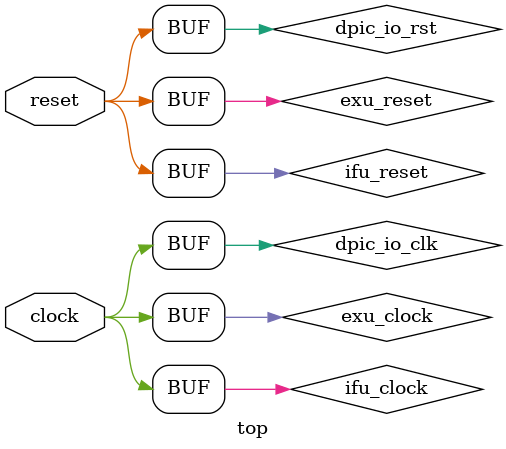
<source format=v>
module top(
  input   clock,
  input   reset
);
  wire  ifu_clock; // @[top.scala 13:19]
  wire  ifu_reset; // @[top.scala 13:19]
  wire [63:0] ifu_io_pc_next; // @[top.scala 13:19]
  wire [63:0] ifu_io_pc; // @[top.scala 13:19]
  wire [31:0] idu_io_inst; // @[top.scala 15:19]
  wire  idu_io_idu_to_exu_br_eq; // @[top.scala 15:19]
  wire  idu_io_idu_to_exu_br_lt; // @[top.scala 15:19]
  wire  idu_io_idu_to_exu_br_ltu; // @[top.scala 15:19]
  wire [3:0] idu_io_idu_to_exu_pc_sel; // @[top.scala 15:19]
  wire [1:0] idu_io_idu_to_exu_op1_sel; // @[top.scala 15:19]
  wire [2:0] idu_io_idu_to_exu_op2_sel; // @[top.scala 15:19]
  wire [3:0] idu_io_idu_to_exu_alu_op; // @[top.scala 15:19]
  wire [1:0] idu_io_idu_to_exu_wb_sel; // @[top.scala 15:19]
  wire  idu_io_idu_to_exu_reg_wen; // @[top.scala 15:19]
  wire [2:0] idu_io_idu_to_exu_mem_msk_type; // @[top.scala 15:19]
  wire  idu_io_idu_to_exu_alu_msk_type; // @[top.scala 15:19]
  wire  idu_io_isEbreak; // @[top.scala 15:19]
  wire  idu_io_inv_inst; // @[top.scala 15:19]
  wire  idu_io_isWriteMem; // @[top.scala 15:19]
  wire  exu_clock; // @[top.scala 17:19]
  wire  exu_reset; // @[top.scala 17:19]
  wire [31:0] exu_io_inst; // @[top.scala 17:19]
  wire  exu_io_idu_to_exu_br_eq; // @[top.scala 17:19]
  wire  exu_io_idu_to_exu_br_lt; // @[top.scala 17:19]
  wire  exu_io_idu_to_exu_br_ltu; // @[top.scala 17:19]
  wire [3:0] exu_io_idu_to_exu_pc_sel; // @[top.scala 17:19]
  wire [1:0] exu_io_idu_to_exu_op1_sel; // @[top.scala 17:19]
  wire [2:0] exu_io_idu_to_exu_op2_sel; // @[top.scala 17:19]
  wire [3:0] exu_io_idu_to_exu_alu_op; // @[top.scala 17:19]
  wire [1:0] exu_io_idu_to_exu_wb_sel; // @[top.scala 17:19]
  wire  exu_io_idu_to_exu_reg_wen; // @[top.scala 17:19]
  wire [2:0] exu_io_idu_to_exu_mem_msk_type; // @[top.scala 17:19]
  wire  exu_io_idu_to_exu_alu_msk_type; // @[top.scala 17:19]
  wire [63:0] exu_io_ifu_to_exu_pc_next; // @[top.scala 17:19]
  wire [63:0] exu_io_ifu_to_exu_pc; // @[top.scala 17:19]
  wire [63:0] exu_io_mem_in; // @[top.scala 17:19]
  wire [2047:0] exu_io_regfile_output; // @[top.scala 17:19]
  wire [63:0] exu_io_mem_addr; // @[top.scala 17:19]
  wire [63:0] exu_io_mem_write_data; // @[top.scala 17:19]
  wire  exu_io_isRead; // @[top.scala 17:19]
  wire [7:0] exu_io_mem_write_msk; // @[top.scala 17:19]
  wire  dpic_io_clk; // @[top.scala 19:20]
  wire  dpic_io_rst; // @[top.scala 19:20]
  wire [63:0] dpic_io_pc; // @[top.scala 19:20]
  wire  dpic_io_isEbreak; // @[top.scala 19:20]
  wire  dpic_io_inv_inst; // @[top.scala 19:20]
  wire [2047:0] dpic_io_regfile; // @[top.scala 19:20]
  wire [63:0] dpic_io_mem_addr; // @[top.scala 19:20]
  wire  dpic_io_isRead; // @[top.scala 19:20]
  wire  dpic_io_isWriteMem; // @[top.scala 19:20]
  wire [63:0] dpic_io_mem_write_data; // @[top.scala 19:20]
  wire [7:0] dpic_io_mem_write_msk; // @[top.scala 19:20]
  wire [31:0] dpic_io_inst; // @[top.scala 19:20]
  wire [63:0] dpic_io_mem_in; // @[top.scala 19:20]
  IFU ifu ( // @[top.scala 13:19]
    .clock(ifu_clock),
    .reset(ifu_reset),
    .io_pc_next(ifu_io_pc_next),
    .io_pc(ifu_io_pc)
  );
  IDU idu ( // @[top.scala 15:19]
    .io_inst(idu_io_inst),
    .io_idu_to_exu_br_eq(idu_io_idu_to_exu_br_eq),
    .io_idu_to_exu_br_lt(idu_io_idu_to_exu_br_lt),
    .io_idu_to_exu_br_ltu(idu_io_idu_to_exu_br_ltu),
    .io_idu_to_exu_pc_sel(idu_io_idu_to_exu_pc_sel),
    .io_idu_to_exu_op1_sel(idu_io_idu_to_exu_op1_sel),
    .io_idu_to_exu_op2_sel(idu_io_idu_to_exu_op2_sel),
    .io_idu_to_exu_alu_op(idu_io_idu_to_exu_alu_op),
    .io_idu_to_exu_wb_sel(idu_io_idu_to_exu_wb_sel),
    .io_idu_to_exu_reg_wen(idu_io_idu_to_exu_reg_wen),
    .io_idu_to_exu_mem_msk_type(idu_io_idu_to_exu_mem_msk_type),
    .io_idu_to_exu_alu_msk_type(idu_io_idu_to_exu_alu_msk_type),
    .io_isEbreak(idu_io_isEbreak),
    .io_inv_inst(idu_io_inv_inst),
    .io_isWriteMem(idu_io_isWriteMem)
  );
  EXU exu ( // @[top.scala 17:19]
    .clock(exu_clock),
    .reset(exu_reset),
    .io_inst(exu_io_inst),
    .io_idu_to_exu_br_eq(exu_io_idu_to_exu_br_eq),
    .io_idu_to_exu_br_lt(exu_io_idu_to_exu_br_lt),
    .io_idu_to_exu_br_ltu(exu_io_idu_to_exu_br_ltu),
    .io_idu_to_exu_pc_sel(exu_io_idu_to_exu_pc_sel),
    .io_idu_to_exu_op1_sel(exu_io_idu_to_exu_op1_sel),
    .io_idu_to_exu_op2_sel(exu_io_idu_to_exu_op2_sel),
    .io_idu_to_exu_alu_op(exu_io_idu_to_exu_alu_op),
    .io_idu_to_exu_wb_sel(exu_io_idu_to_exu_wb_sel),
    .io_idu_to_exu_reg_wen(exu_io_idu_to_exu_reg_wen),
    .io_idu_to_exu_mem_msk_type(exu_io_idu_to_exu_mem_msk_type),
    .io_idu_to_exu_alu_msk_type(exu_io_idu_to_exu_alu_msk_type),
    .io_ifu_to_exu_pc_next(exu_io_ifu_to_exu_pc_next),
    .io_ifu_to_exu_pc(exu_io_ifu_to_exu_pc),
    .io_mem_in(exu_io_mem_in),
    .io_regfile_output(exu_io_regfile_output),
    .io_mem_addr(exu_io_mem_addr),
    .io_mem_write_data(exu_io_mem_write_data),
    .io_isRead(exu_io_isRead),
    .io_mem_write_msk(exu_io_mem_write_msk)
  );
  DPIC #(.XLEN(64), .NR_REG(32), .PC_LEN(64), .INST_LEN(32)) dpic ( // @[top.scala 19:20]
    .io_clk(dpic_io_clk),
    .io_rst(dpic_io_rst),
    .io_pc(dpic_io_pc),
    .io_isEbreak(dpic_io_isEbreak),
    .io_inv_inst(dpic_io_inv_inst),
    .io_regfile(dpic_io_regfile),
    .io_mem_addr(dpic_io_mem_addr),
    .io_isRead(dpic_io_isRead),
    .io_isWriteMem(dpic_io_isWriteMem),
    .io_mem_write_data(dpic_io_mem_write_data),
    .io_mem_write_msk(dpic_io_mem_write_msk),
    .io_inst(dpic_io_inst),
    .io_mem_in(dpic_io_mem_in)
  );
  assign ifu_clock = clock;
  assign ifu_reset = reset;
  assign ifu_io_pc_next = exu_io_ifu_to_exu_pc_next; // @[top.scala 21:10]
  assign idu_io_inst = dpic_io_inst; // @[top.scala 25:18]
  assign idu_io_idu_to_exu_br_eq = exu_io_idu_to_exu_br_eq; // @[top.scala 28:21]
  assign idu_io_idu_to_exu_br_lt = exu_io_idu_to_exu_br_lt; // @[top.scala 28:21]
  assign idu_io_idu_to_exu_br_ltu = exu_io_idu_to_exu_br_ltu; // @[top.scala 28:21]
  assign exu_clock = clock;
  assign exu_reset = reset;
  assign exu_io_inst = dpic_io_inst; // @[top.scala 26:18]
  assign exu_io_idu_to_exu_pc_sel = idu_io_idu_to_exu_pc_sel; // @[top.scala 28:21]
  assign exu_io_idu_to_exu_op1_sel = idu_io_idu_to_exu_op1_sel; // @[top.scala 28:21]
  assign exu_io_idu_to_exu_op2_sel = idu_io_idu_to_exu_op2_sel; // @[top.scala 28:21]
  assign exu_io_idu_to_exu_alu_op = idu_io_idu_to_exu_alu_op; // @[top.scala 28:21]
  assign exu_io_idu_to_exu_wb_sel = idu_io_idu_to_exu_wb_sel; // @[top.scala 28:21]
  assign exu_io_idu_to_exu_reg_wen = idu_io_idu_to_exu_reg_wen; // @[top.scala 28:21]
  assign exu_io_idu_to_exu_mem_msk_type = idu_io_idu_to_exu_mem_msk_type; // @[top.scala 28:21]
  assign exu_io_idu_to_exu_alu_msk_type = idu_io_idu_to_exu_alu_msk_type; // @[top.scala 28:21]
  assign exu_io_ifu_to_exu_pc = ifu_io_pc; // @[top.scala 21:10]
  assign exu_io_mem_in = dpic_io_mem_in; // @[top.scala 42:19]
  assign dpic_io_clk = clock; // @[top.scala 30:15]
  assign dpic_io_rst = reset; // @[top.scala 31:15]
  assign dpic_io_pc = ifu_io_pc; // @[top.scala 32:15]
  assign dpic_io_isEbreak = idu_io_isEbreak; // @[top.scala 33:20]
  assign dpic_io_inv_inst = idu_io_inv_inst; // @[top.scala 34:20]
  assign dpic_io_regfile = exu_io_regfile_output; // @[top.scala 35:20]
  assign dpic_io_mem_addr = exu_io_mem_addr; // @[top.scala 36:20]
  assign dpic_io_isRead = exu_io_isRead; // @[top.scala 37:20]
  assign dpic_io_isWriteMem = idu_io_isWriteMem; // @[top.scala 38:22]
  assign dpic_io_mem_write_data = exu_io_mem_write_data; // @[top.scala 39:26]
  assign dpic_io_mem_write_msk = exu_io_mem_write_msk; // @[top.scala 40:26]
endmodule

</source>
